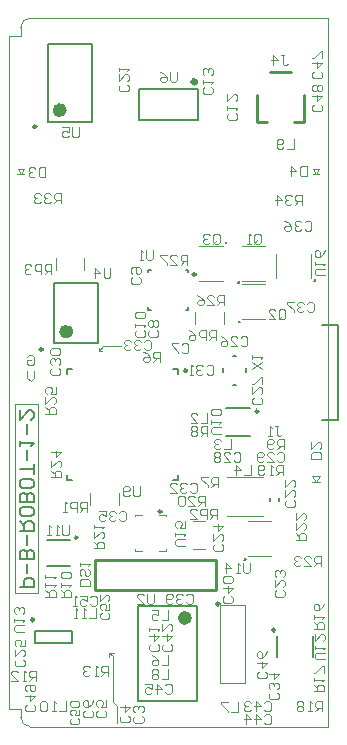
<source format=gbo>
G04*
G04 #@! TF.GenerationSoftware,Altium Limited,Altium Designer,21.0.8 (223)*
G04*
G04 Layer_Color=32896*
%FSLAX44Y44*%
%MOMM*%
G71*
G04*
G04 #@! TF.SameCoordinates,BC6D3639-D4A0-4107-B96B-A8576DDDF865*
G04*
G04*
G04 #@! TF.FilePolarity,Positive*
G04*
G01*
G75*
%ADD10C,0.5000*%
%ADD11C,0.2540*%
%ADD12C,0.2000*%
%ADD13C,0.1000*%
%ADD15C,0.1200*%
%ADD62C,0.6000*%
%ADD104C,0.2500*%
%ADD139C,0.2400*%
%ADD140C,0.1700*%
%ADD141C,0.1150*%
D10*
X158000Y546000D02*
G03*
X158000Y546000I-1000J0D01*
G01*
D11*
X195059Y342500D02*
G03*
X195059Y342500I-559J0D01*
G01*
X194559Y376000D02*
G03*
X194559Y376000I-559J0D01*
G01*
X184059Y409500D02*
G03*
X184059Y409500I-559J0D01*
G01*
X259059Y377500D02*
G03*
X259059Y377500I-559J0D01*
G01*
X211300Y267000D02*
G03*
X211300Y267000I-1300J0D01*
G01*
X225490Y81970D02*
G03*
X225490Y81970I-1270J0D01*
G01*
X58000Y160000D02*
G03*
X58000Y160000I-1000J0D01*
G01*
X200259Y141579D02*
G03*
X200259Y141579I-559J0D01*
G01*
X241500Y512000D02*
X250000D01*
X210000D02*
X218500D01*
X250000D02*
Y535000D01*
X221000Y554000D02*
X239000D01*
X210000Y512000D02*
Y535000D01*
X73200Y115300D02*
X175562D01*
Y140700D01*
X73200D02*
X175562D01*
X73200Y115300D02*
Y140700D01*
D12*
X150000Y353000D02*
X152000D01*
Y355000D01*
X118000Y353000D02*
X120000D01*
X118000D02*
Y355000D01*
Y385000D02*
Y387000D01*
X120000D01*
X150000D02*
X152000D01*
Y385000D02*
Y387000D01*
X109000Y22000D02*
X159000D01*
X109000Y102000D02*
X159000D01*
X109000Y22000D02*
Y102000D01*
X159000Y22000D02*
Y102000D01*
X38500Y375500D02*
X75500D01*
X38500Y324500D02*
X75500D01*
Y375500D01*
X38500Y324500D02*
Y375500D01*
X184000Y270000D02*
X204000D01*
X184000Y246000D02*
X204000D01*
X265500Y259750D02*
X278700D01*
X265500Y340250D02*
X278700D01*
Y259750D02*
Y340250D01*
X33000Y578000D02*
X70000D01*
X33000Y512000D02*
X70000D01*
Y578000D01*
X33000Y512000D02*
Y578000D01*
X110000Y540000D02*
X160000D01*
X110000Y514000D02*
Y540000D01*
Y514000D02*
X160000D01*
Y540000D01*
X22500Y71250D02*
X53500D01*
X22500Y81250D02*
X53500D01*
Y71250D02*
Y81250D01*
X22500Y71250D02*
Y81250D01*
X226760Y59110D02*
Y76890D01*
X257240Y59110D02*
Y76890D01*
X32000Y136000D02*
X52000D01*
X32000Y158000D02*
X52000D01*
X142900Y298750D02*
Y302900D01*
X138750D02*
X142900D01*
X49100D02*
X53250D01*
X49100Y298750D02*
Y302900D01*
Y209100D02*
Y213250D01*
Y209100D02*
X53250D01*
X142900D02*
Y213250D01*
X138750Y209100D02*
X142900D01*
X228750Y191000D02*
Y194000D01*
X221250Y191000D02*
Y194000D01*
X201000Y300000D02*
Y304000D01*
X190000Y314000D02*
X192000D01*
X181000Y300000D02*
Y304000D01*
X190000Y289500D02*
X192000D01*
D13*
X85000Y62500D02*
X88750D01*
X85000Y58750D02*
Y62500D01*
X88000Y59500D01*
Y21000D02*
Y59500D01*
Y21000D02*
X91500Y17500D01*
Y3250D02*
Y17500D01*
X5000Y113000D02*
Y273000D01*
X25000D01*
Y113000D02*
Y273000D01*
X5000Y113000D02*
X25000D01*
X200000Y37000D02*
Y103000D01*
X179000Y37000D02*
X200000D01*
X179000D02*
Y103000D01*
X200000D01*
X257500Y471750D02*
X262500D01*
X257375D02*
X260000Y468250D01*
X262625Y471750D01*
X257250Y468250D02*
X262750D01*
X7500Y471750D02*
X12500D01*
X7375D02*
X10000Y468250D01*
X12625Y471750D01*
X7250Y468250D02*
X12750D01*
X64000Y387000D02*
Y397000D01*
X40000Y387000D02*
Y397000D01*
X197000Y375000D02*
X217000D01*
X197000Y345000D02*
X217000D01*
X76000Y318000D02*
X79000D01*
X76000D02*
Y321000D01*
Y318000D02*
Y321000D01*
Y318000D02*
X80000Y322000D01*
X95000D01*
X197000Y407000D02*
X217000D01*
X197000Y377000D02*
X217000D01*
X161000D02*
X181000D01*
X161000Y407000D02*
X181000D01*
X182000Y341000D02*
Y351000D01*
X158000Y341000D02*
Y351000D01*
X226000Y380000D02*
Y400000D01*
X256000Y380000D02*
Y400000D01*
X69000Y188000D02*
Y198000D01*
X93000Y188000D02*
Y198000D01*
X127000Y179500D02*
X133000D01*
Y178000D02*
Y179500D01*
X107000Y148500D02*
Y150000D01*
Y148500D02*
X113000D01*
X127000D02*
X133000D01*
Y150000D01*
X107000Y178000D02*
Y179500D01*
X113000D01*
X256250Y207500D02*
X263750D01*
X256250Y212500D02*
X263750D01*
X260000Y207500D02*
X263750Y212500D01*
X256250D02*
X260000Y207500D01*
X184760Y178490D02*
X215240D01*
X184760Y211510D02*
X215240D01*
X202200Y144079D02*
X222200D01*
X202200Y174079D02*
X222200D01*
X156000Y150000D02*
X166000D01*
X156000Y174000D02*
X166000D01*
X10000Y8000D02*
G03*
X18000Y0I8000J0D01*
G01*
Y600000D02*
G03*
X10000Y592000I0J-8000D01*
G01*
Y8000D02*
Y15000D01*
X18000Y-0D02*
X270000Y0D01*
X10000Y585000D02*
Y592000D01*
X18000Y600000D02*
X270000D01*
X-0Y585000D02*
X-0Y15000D01*
X0Y585000D02*
X10000D01*
X0Y15000D02*
X10000D01*
X270000Y0D02*
Y330000D01*
Y600000D01*
D15*
X21250Y300747D02*
Y295082D01*
X18418Y292250D01*
X15585Y295082D01*
Y300747D01*
Y313081D02*
X17001Y314497D01*
X19834D01*
X21250Y313081D01*
Y307416D01*
X19834Y306000D01*
X17001D01*
X15585Y307416D01*
Y310249D01*
X18418D01*
X73500Y100247D02*
Y91750D01*
X67835D01*
X65003D02*
X62170D01*
X63587D01*
Y100247D01*
X65003Y98831D01*
X57922Y91750D02*
X55089D01*
X56505D01*
Y100247D01*
X57922Y98831D01*
X48000Y21497D02*
Y13000D01*
X42335D01*
X39503D02*
X36670D01*
X38087D01*
Y21497D01*
X39503Y20081D01*
X32422D02*
X31005Y21497D01*
X28173D01*
X26757Y20081D01*
Y14416D01*
X28173Y13000D01*
X31005D01*
X32422Y14416D01*
Y20081D01*
X68835Y109581D02*
X70251Y110997D01*
X73084D01*
X74500Y109581D01*
Y103916D01*
X73084Y102500D01*
X70251D01*
X68835Y103916D01*
X60338Y110997D02*
X66003D01*
Y106749D01*
X63170Y108165D01*
X61754D01*
X60338Y106749D01*
Y103916D01*
X61754Y102500D01*
X64587D01*
X66003Y103916D01*
X57505Y102500D02*
X54673D01*
X56089D01*
Y110997D01*
X57505Y109581D01*
X21081Y18665D02*
X22497Y17249D01*
Y14416D01*
X21081Y13000D01*
X15416D01*
X14000Y14416D01*
Y17249D01*
X15416Y18665D01*
X14000Y25746D02*
X22497D01*
X18249Y21497D01*
Y27162D01*
X15416Y29994D02*
X14000Y31411D01*
Y34243D01*
X15416Y35659D01*
X21081D01*
X22497Y34243D01*
Y31411D01*
X21081Y29994D01*
X19665D01*
X18249Y31411D01*
Y35659D01*
X241000Y497497D02*
Y489000D01*
X235335D01*
X232503Y490416D02*
X231087Y489000D01*
X228254D01*
X226838Y490416D01*
Y496081D01*
X228254Y497497D01*
X231087D01*
X232503Y496081D01*
Y494665D01*
X231087Y493249D01*
X226838D01*
X135000Y48497D02*
Y40000D01*
X129335D01*
X126503Y47081D02*
X125086Y48497D01*
X122254D01*
X120838Y47081D01*
Y45665D01*
X122254Y44249D01*
X120838Y42832D01*
Y41416D01*
X122254Y40000D01*
X125086D01*
X126503Y41416D01*
Y42832D01*
X125086Y44249D01*
X126503Y45665D01*
Y47081D01*
X125086Y44249D02*
X122254D01*
X194000Y20497D02*
Y12000D01*
X188335D01*
X185503Y20497D02*
X179838D01*
Y19081D01*
X185503Y13416D01*
Y12000D01*
X135000Y60497D02*
Y52000D01*
X129335D01*
X120838Y60497D02*
X123670Y59081D01*
X126503Y56249D01*
Y53416D01*
X125086Y52000D01*
X122254D01*
X120838Y53416D01*
Y54832D01*
X122254Y56249D01*
X126503D01*
X135000Y98497D02*
Y90000D01*
X129335D01*
X120838Y98497D02*
X126503D01*
Y94249D01*
X123670Y95665D01*
X122254D01*
X120838Y94249D01*
Y91416D01*
X122254Y90000D01*
X125086D01*
X126503Y91416D01*
X264081Y526665D02*
X265497Y525249D01*
Y522416D01*
X264081Y521000D01*
X258416D01*
X257000Y522416D01*
Y525249D01*
X258416Y526665D01*
X257000Y533746D02*
X265497D01*
X261249Y529497D01*
Y535162D01*
X264081Y537994D02*
X265497Y539411D01*
Y542243D01*
X264081Y543659D01*
X262665D01*
X261249Y542243D01*
X259832Y543659D01*
X258416D01*
X257000Y542243D01*
Y539411D01*
X258416Y537994D01*
X259832D01*
X261249Y539411D01*
X262665Y537994D01*
X264081D01*
X261249Y539411D02*
Y542243D01*
X264081Y554665D02*
X265497Y553249D01*
Y550416D01*
X264081Y549000D01*
X258416D01*
X257000Y550416D01*
Y553249D01*
X258416Y554665D01*
X257000Y561746D02*
X265497D01*
X261249Y557497D01*
Y563162D01*
X265497Y565994D02*
Y571659D01*
X264081D01*
X258416Y565994D01*
X257000D01*
X217081Y46665D02*
X218497Y45249D01*
Y42416D01*
X217081Y41000D01*
X211416D01*
X210000Y42416D01*
Y45249D01*
X211416Y46665D01*
X210000Y53746D02*
X218497D01*
X214249Y49497D01*
Y55162D01*
X218497Y63659D02*
X217081Y60827D01*
X214249Y57994D01*
X211416D01*
X210000Y59411D01*
Y62243D01*
X211416Y63659D01*
X212832D01*
X214249Y62243D01*
Y57994D01*
X132335Y35081D02*
X133751Y36497D01*
X136584D01*
X138000Y35081D01*
Y29416D01*
X136584Y28000D01*
X133751D01*
X132335Y29416D01*
X125254Y28000D02*
Y36497D01*
X129503Y32249D01*
X123838D01*
X115341Y36497D02*
X121005D01*
Y32249D01*
X118173Y33665D01*
X116757D01*
X115341Y32249D01*
Y29416D01*
X116757Y28000D01*
X119589D01*
X121005Y29416D01*
X216335Y9081D02*
X217751Y10497D01*
X220584D01*
X222000Y9081D01*
Y3416D01*
X220584Y2000D01*
X217751D01*
X216335Y3416D01*
X209254Y2000D02*
Y10497D01*
X213503Y6249D01*
X207838D01*
X200757Y2000D02*
Y10497D01*
X205005Y6249D01*
X199341D01*
X216335Y20081D02*
X217751Y21497D01*
X220584D01*
X222000Y20081D01*
Y14416D01*
X220584Y13000D01*
X217751D01*
X216335Y14416D01*
X209254Y13000D02*
Y21497D01*
X213503Y17249D01*
X207838D01*
X205005Y20081D02*
X203589Y21497D01*
X200757D01*
X199341Y20081D01*
Y18665D01*
X200757Y17249D01*
X202173D01*
X200757D01*
X199341Y15832D01*
Y14416D01*
X200757Y13000D01*
X203589D01*
X205005Y14416D01*
X137081Y69665D02*
X138497Y68249D01*
Y65416D01*
X137081Y64000D01*
X131416D01*
X130000Y65416D01*
Y68249D01*
X131416Y69665D01*
X130000Y76746D02*
X138497D01*
X134249Y72497D01*
Y78162D01*
X130000Y86659D02*
Y80995D01*
X135665Y86659D01*
X137081D01*
X138497Y85243D01*
Y82411D01*
X137081Y80995D01*
X126081Y69665D02*
X127497Y68249D01*
Y65416D01*
X126081Y64000D01*
X120416D01*
X119000Y65416D01*
Y68249D01*
X120416Y69665D01*
X119000Y76746D02*
X127497D01*
X123249Y72497D01*
Y78162D01*
X119000Y80995D02*
Y83827D01*
Y82411D01*
X127497D01*
X126081Y80995D01*
X188081Y110665D02*
X189497Y109249D01*
Y106416D01*
X188081Y105000D01*
X182416D01*
X181000Y106416D01*
Y109249D01*
X182416Y110665D01*
X181000Y117746D02*
X189497D01*
X185249Y113497D01*
Y119162D01*
X188081Y121994D02*
X189497Y123411D01*
Y126243D01*
X188081Y127659D01*
X182416D01*
X181000Y126243D01*
Y123411D01*
X182416Y121994D01*
X188081D01*
X150335Y111081D02*
X151751Y112497D01*
X154584D01*
X156000Y111081D01*
Y105416D01*
X154584Y104000D01*
X151751D01*
X150335Y105416D01*
X147503Y111081D02*
X146087Y112497D01*
X143254D01*
X141838Y111081D01*
Y109665D01*
X143254Y108249D01*
X144670D01*
X143254D01*
X141838Y106832D01*
Y105416D01*
X143254Y104000D01*
X146087D01*
X147503Y105416D01*
X139005D02*
X137589Y104000D01*
X134757D01*
X133341Y105416D01*
Y111081D01*
X134757Y112497D01*
X137589D01*
X139005Y111081D01*
Y109665D01*
X137589Y108249D01*
X133341D01*
X248000Y442000D02*
Y450497D01*
X243751D01*
X242335Y449081D01*
Y446249D01*
X243751Y444832D01*
X248000D01*
X245168D02*
X242335Y442000D01*
X239503Y449081D02*
X238086Y450497D01*
X235254D01*
X233838Y449081D01*
Y447665D01*
X235254Y446249D01*
X236670D01*
X235254D01*
X233838Y444832D01*
Y443416D01*
X235254Y442000D01*
X238086D01*
X239503Y443416D01*
X226757Y442000D02*
Y450497D01*
X231005Y446249D01*
X225341D01*
X44000Y443000D02*
Y451497D01*
X39751D01*
X38335Y450081D01*
Y447249D01*
X39751Y445832D01*
X44000D01*
X41168D02*
X38335Y443000D01*
X35503Y450081D02*
X34086Y451497D01*
X31254D01*
X29838Y450081D01*
Y448665D01*
X31254Y447249D01*
X32670D01*
X31254D01*
X29838Y445832D01*
Y444416D01*
X31254Y443000D01*
X34086D01*
X35503Y444416D01*
X27006Y450081D02*
X25589Y451497D01*
X22757D01*
X21341Y450081D01*
Y448665D01*
X22757Y447249D01*
X24173D01*
X22757D01*
X21341Y445832D01*
Y444416D01*
X22757Y443000D01*
X25589D01*
X27006Y444416D01*
X252000Y474497D02*
Y466000D01*
X247751D01*
X246335Y467416D01*
Y473081D01*
X247751Y474497D01*
X252000D01*
X239254Y466000D02*
Y474497D01*
X243503Y470249D01*
X237838D01*
X31000Y473497D02*
Y465000D01*
X26751D01*
X25335Y466416D01*
Y472081D01*
X26751Y473497D01*
X31000D01*
X22503Y472081D02*
X21086Y473497D01*
X18254D01*
X16838Y472081D01*
Y470665D01*
X18254Y469249D01*
X19670D01*
X18254D01*
X16838Y467832D01*
Y466416D01*
X18254Y465000D01*
X21086D01*
X22503Y466416D01*
X175000Y327000D02*
Y335497D01*
X170751D01*
X169335Y334081D01*
Y331249D01*
X170751Y329832D01*
X175000D01*
X172168D02*
X169335Y327000D01*
X166503D02*
Y335497D01*
X162254D01*
X160838Y334081D01*
Y331249D01*
X162254Y329832D01*
X166503D01*
X152341Y335497D02*
X155173Y334081D01*
X158006Y331249D01*
Y328416D01*
X156589Y327000D01*
X153757D01*
X152341Y328416D01*
Y329832D01*
X153757Y331249D01*
X158006D01*
X151000Y391000D02*
Y399497D01*
X146751D01*
X145335Y398081D01*
Y395249D01*
X146751Y393832D01*
X151000D01*
X148168D02*
X145335Y391000D01*
X136838D02*
X142503D01*
X136838Y396665D01*
Y398081D01*
X138254Y399497D01*
X141087D01*
X142503Y398081D01*
X134005Y399497D02*
X128341D01*
Y398081D01*
X134005Y392416D01*
Y391000D01*
X182000Y357000D02*
Y365497D01*
X177751D01*
X176335Y364081D01*
Y361249D01*
X177751Y359832D01*
X182000D01*
X179168D02*
X176335Y357000D01*
X167838D02*
X173503D01*
X167838Y362665D01*
Y364081D01*
X169254Y365497D01*
X172087D01*
X173503Y364081D01*
X159341Y365497D02*
X162173Y364081D01*
X165005Y361249D01*
Y358416D01*
X163589Y357000D01*
X160757D01*
X159341Y358416D01*
Y359832D01*
X160757Y361249D01*
X165005D01*
X267497Y382000D02*
X260416D01*
X259000Y383416D01*
Y386249D01*
X260416Y387665D01*
X267497D01*
X259000Y390497D02*
Y393330D01*
Y391913D01*
X267497D01*
X266081Y390497D01*
X267497Y403243D02*
X266081Y400411D01*
X263249Y397578D01*
X260416D01*
X259000Y398994D01*
Y401827D01*
X260416Y403243D01*
X261832D01*
X263249Y401827D01*
Y397578D01*
X173085Y410416D02*
Y416081D01*
X174501Y417497D01*
X177334D01*
X178750Y416081D01*
Y410416D01*
X177334Y409000D01*
X174501D01*
X175918Y411832D02*
X173085Y409000D01*
X174501D02*
X173085Y410416D01*
X170253Y416081D02*
X168836Y417497D01*
X166004D01*
X164588Y416081D01*
Y414665D01*
X166004Y413249D01*
X167420D01*
X166004D01*
X164588Y411832D01*
Y410416D01*
X166004Y409000D01*
X168836D01*
X170253Y410416D01*
X228335Y346416D02*
Y352081D01*
X229751Y353497D01*
X232584D01*
X234000Y352081D01*
Y346416D01*
X232584Y345000D01*
X229751D01*
X231168Y347832D02*
X228335Y345000D01*
X229751D02*
X228335Y346416D01*
X219838Y345000D02*
X225503D01*
X219838Y350665D01*
Y352081D01*
X221254Y353497D01*
X224086D01*
X225503Y352081D01*
X207585Y410416D02*
Y416081D01*
X209001Y417497D01*
X211834D01*
X213250Y416081D01*
Y410416D01*
X211834Y409000D01*
X209001D01*
X210418Y411832D02*
X207585Y409000D01*
X209001D02*
X207585Y410416D01*
X204753Y409000D02*
X201920D01*
X203337D01*
Y417497D01*
X204753Y416081D01*
X252335Y358081D02*
X253751Y359497D01*
X256584D01*
X258000Y358081D01*
Y352416D01*
X256584Y351000D01*
X253751D01*
X252335Y352416D01*
X249503Y358081D02*
X248086Y359497D01*
X245254D01*
X243838Y358081D01*
Y356665D01*
X245254Y355249D01*
X246670D01*
X245254D01*
X243838Y353832D01*
Y352416D01*
X245254Y351000D01*
X248086D01*
X249503Y352416D01*
X241005Y359497D02*
X235341D01*
Y358081D01*
X241005Y352416D01*
Y351000D01*
X250335Y427081D02*
X251751Y428497D01*
X254584D01*
X256000Y427081D01*
Y421416D01*
X254584Y420000D01*
X251751D01*
X250335Y421416D01*
X247503Y427081D02*
X246087Y428497D01*
X243254D01*
X241838Y427081D01*
Y425665D01*
X243254Y424249D01*
X244670D01*
X243254D01*
X241838Y422832D01*
Y421416D01*
X243254Y420000D01*
X246087D01*
X247503Y421416D01*
X233341Y428497D02*
X236173Y427081D01*
X239006Y424249D01*
Y421416D01*
X237589Y420000D01*
X234757D01*
X233341Y421416D01*
Y422832D01*
X234757Y424249D01*
X239006D01*
X86000Y388497D02*
Y381416D01*
X84584Y380000D01*
X81751D01*
X80335Y381416D01*
Y388497D01*
X73254Y380000D02*
Y388497D01*
X77503Y384249D01*
X71838D01*
X179497Y248000D02*
X172416D01*
X171000Y249416D01*
Y252249D01*
X172416Y253665D01*
X179497D01*
X171000Y256497D02*
Y259330D01*
Y257913D01*
X179497D01*
X178081Y256497D01*
Y263578D02*
X179497Y264995D01*
Y267827D01*
X178081Y269243D01*
X172416D01*
X171000Y267827D01*
Y264995D01*
X172416Y263578D01*
X178081D01*
X230335Y568497D02*
X233168D01*
X231751D01*
Y561416D01*
X233168Y560000D01*
X234584D01*
X236000Y561416D01*
X223254Y560000D02*
Y568497D01*
X227503Y564249D01*
X221838D01*
X68497Y119000D02*
X60000D01*
Y123249D01*
X61416Y124665D01*
X67081D01*
X68497Y123249D01*
Y119000D01*
X67081Y133162D02*
X68497Y131746D01*
Y128913D01*
X67081Y127497D01*
X65665D01*
X64249Y128913D01*
Y131746D01*
X62832Y133162D01*
X61416D01*
X60000Y131746D01*
Y128913D01*
X61416Y127497D01*
X60000Y135995D02*
Y138827D01*
Y137411D01*
X68497D01*
X67081Y135995D01*
X214497Y303000D02*
X206000Y308665D01*
X214497D02*
X206000Y303000D01*
Y311497D02*
Y314330D01*
Y312913D01*
X214497D01*
X213081Y311497D01*
X36000Y383000D02*
Y391497D01*
X31751D01*
X30335Y390081D01*
Y387249D01*
X31751Y385832D01*
X36000D01*
X33168D02*
X30335Y383000D01*
X27503D02*
Y391497D01*
X23254D01*
X21838Y390081D01*
Y387249D01*
X23254Y385832D01*
X27503D01*
X19006Y390081D02*
X17589Y391497D01*
X14757D01*
X13341Y390081D01*
Y388665D01*
X14757Y387249D01*
X16173D01*
X14757D01*
X13341Y385832D01*
Y384416D01*
X14757Y383000D01*
X17589D01*
X19006Y384416D01*
X31000Y265000D02*
X39497D01*
Y269249D01*
X38081Y270665D01*
X35249D01*
X33832Y269249D01*
Y265000D01*
Y267832D02*
X31000Y270665D01*
Y279162D02*
Y273497D01*
X36665Y279162D01*
X38081D01*
X39497Y277746D01*
Y274914D01*
X38081Y273497D01*
X39497Y287659D02*
Y281994D01*
X35249D01*
X36665Y284827D01*
Y286243D01*
X35249Y287659D01*
X32416D01*
X31000Y286243D01*
Y283411D01*
X32416Y281994D01*
X176000Y176000D02*
Y184497D01*
X171751D01*
X170335Y183081D01*
Y180249D01*
X171751Y178832D01*
X176000D01*
X173168D02*
X170335Y176000D01*
X167503D02*
Y184497D01*
X163254D01*
X161838Y183081D01*
Y180249D01*
X163254Y178832D01*
X167503D01*
X153341Y176000D02*
X159005D01*
X153341Y181665D01*
Y183081D01*
X154757Y184497D01*
X157589D01*
X159005Y183081D01*
X66000Y182000D02*
Y190497D01*
X61751D01*
X60335Y189081D01*
Y186249D01*
X61751Y184832D01*
X66000D01*
X63168D02*
X60335Y182000D01*
X57503D02*
Y190497D01*
X53254D01*
X51838Y189081D01*
Y186249D01*
X53254Y184832D01*
X57503D01*
X49005Y182000D02*
X46173D01*
X47589D01*
Y190497D01*
X49005Y189081D01*
X149497Y153000D02*
X142416D01*
X141000Y154416D01*
Y157249D01*
X142416Y158665D01*
X149497D01*
X141000Y161497D02*
Y164330D01*
Y162913D01*
X149497D01*
X148081Y161497D01*
X149497Y174243D02*
Y168578D01*
X145249D01*
X146665Y171411D01*
Y172827D01*
X145249Y174243D01*
X142416D01*
X141000Y172827D01*
Y169995D01*
X142416Y168578D01*
X51000Y170497D02*
Y163416D01*
X49584Y162000D01*
X46751D01*
X45335Y163416D01*
Y170497D01*
X42503Y162000D02*
X39670D01*
X41087D01*
Y170497D01*
X42503Y169081D01*
X35422Y162000D02*
X32589D01*
X34005D01*
Y170497D01*
X35422Y169081D01*
X111000Y203497D02*
Y196416D01*
X109584Y195000D01*
X106751D01*
X105335Y196416D01*
Y203497D01*
X102503Y196416D02*
X101087Y195000D01*
X98254D01*
X96838Y196416D01*
Y202081D01*
X98254Y203497D01*
X101087D01*
X102503Y202081D01*
Y200665D01*
X101087Y199249D01*
X96838D01*
X12997Y80000D02*
X5916D01*
X4500Y81416D01*
Y84249D01*
X5916Y85665D01*
X12997D01*
X4500Y88497D02*
Y91330D01*
Y89914D01*
X12997D01*
X11581Y88497D01*
Y95578D02*
X12997Y96994D01*
Y99827D01*
X11581Y101243D01*
X10165D01*
X8749Y99827D01*
Y98411D01*
Y99827D01*
X7332Y101243D01*
X5916D01*
X4500Y99827D01*
Y96994D01*
X5916Y95578D01*
X267497Y57000D02*
X260416D01*
X259000Y58416D01*
Y61249D01*
X260416Y62665D01*
X267497D01*
X259000Y65497D02*
Y68330D01*
Y66913D01*
X267497D01*
X266081Y65497D01*
X259000Y78243D02*
Y72578D01*
X264665Y78243D01*
X266081D01*
X267497Y76827D01*
Y73994D01*
X266081Y72578D01*
X204000Y138497D02*
Y131416D01*
X202584Y130000D01*
X199751D01*
X198335Y131416D01*
Y138497D01*
X195503Y130000D02*
X192670D01*
X194086D01*
Y138497D01*
X195503Y137081D01*
X184173Y130000D02*
Y138497D01*
X188422Y134249D01*
X182757D01*
X142000Y554497D02*
Y547416D01*
X140584Y546000D01*
X137751D01*
X136335Y547416D01*
Y554497D01*
X127838D02*
X130670Y553081D01*
X133503Y550249D01*
Y547416D01*
X132086Y546000D01*
X129254D01*
X127838Y547416D01*
Y548832D01*
X129254Y550249D01*
X133503D01*
X59000Y507497D02*
Y500416D01*
X57584Y499000D01*
X54751D01*
X53335Y500416D01*
Y507497D01*
X44838D02*
X50503D01*
Y503249D01*
X47670Y504665D01*
X46254D01*
X44838Y503249D01*
Y500416D01*
X46254Y499000D01*
X49086D01*
X50503Y500416D01*
X123000Y112497D02*
Y105416D01*
X121584Y104000D01*
X118751D01*
X117335Y105416D01*
Y112497D01*
X108838Y104000D02*
X114503D01*
X108838Y109665D01*
Y111081D01*
X110254Y112497D01*
X113087D01*
X114503Y111081D01*
X122000Y403497D02*
Y396416D01*
X120584Y395000D01*
X117751D01*
X116335Y396416D01*
Y403497D01*
X113503Y395000D02*
X110670D01*
X112086D01*
Y403497D01*
X113503Y402081D01*
X36000Y211000D02*
X44497D01*
Y215249D01*
X43081Y216665D01*
X40249D01*
X38832Y215249D01*
Y211000D01*
Y213832D02*
X36000Y216665D01*
Y225162D02*
Y219497D01*
X41665Y225162D01*
X43081D01*
X44497Y223746D01*
Y220914D01*
X43081Y219497D01*
X36000Y232243D02*
X44497D01*
X40249Y227994D01*
Y233659D01*
X72000Y151000D02*
X80497D01*
Y155249D01*
X79081Y156665D01*
X76249D01*
X74832Y155249D01*
Y151000D01*
Y153832D02*
X72000Y156665D01*
Y165162D02*
Y159497D01*
X77665Y165162D01*
X79081D01*
X80497Y163746D01*
Y160914D01*
X79081Y159497D01*
X72000Y167994D02*
Y170827D01*
Y169411D01*
X80497D01*
X79081Y167994D01*
X166000Y187000D02*
Y195497D01*
X161751D01*
X160335Y194081D01*
Y191249D01*
X161751Y189832D01*
X166000D01*
X163168D02*
X160335Y187000D01*
X151838D02*
X157503D01*
X151838Y192665D01*
Y194081D01*
X153254Y195497D01*
X156087D01*
X157503Y194081D01*
X149005D02*
X147589Y195497D01*
X144757D01*
X143341Y194081D01*
Y188416D01*
X144757Y187000D01*
X147589D01*
X149005Y188416D01*
Y194081D01*
X177000Y203000D02*
Y211497D01*
X172751D01*
X171335Y210081D01*
Y207249D01*
X172751Y205832D01*
X177000D01*
X174168D02*
X171335Y203000D01*
X168503Y211497D02*
X162838D01*
Y210081D01*
X168503Y204416D01*
Y203000D01*
X168000Y246000D02*
Y254497D01*
X163751D01*
X162335Y253081D01*
Y250249D01*
X163751Y248832D01*
X168000D01*
X165168D02*
X162335Y246000D01*
X159503Y253081D02*
X158087Y254497D01*
X155254D01*
X153838Y253081D01*
Y251665D01*
X155254Y250249D01*
X153838Y248832D01*
Y247416D01*
X155254Y246000D01*
X158087D01*
X159503Y247416D01*
Y248832D01*
X158087Y250249D01*
X159503Y251665D01*
Y253081D01*
X158087Y250249D02*
X155254D01*
X84000Y43250D02*
Y51747D01*
X79751D01*
X78335Y50331D01*
Y47499D01*
X79751Y46082D01*
X84000D01*
X81168D02*
X78335Y43250D01*
X75503D02*
X72670D01*
X74086D01*
Y51747D01*
X75503Y50331D01*
X68422D02*
X67006Y51747D01*
X64173D01*
X62757Y50331D01*
Y48915D01*
X64173Y47499D01*
X65589D01*
X64173D01*
X62757Y46082D01*
Y44666D01*
X64173Y43250D01*
X67006D01*
X68422Y44666D01*
X23000Y39000D02*
Y47497D01*
X18751D01*
X17335Y46081D01*
Y43249D01*
X18751Y41832D01*
X23000D01*
X20168D02*
X17335Y39000D01*
X14503D02*
X11670D01*
X13087D01*
Y47497D01*
X14503Y46081D01*
X1757Y39000D02*
X7422D01*
X1757Y44665D01*
Y46081D01*
X3173Y47497D01*
X6005D01*
X7422Y46081D01*
X31000Y110000D02*
X39497D01*
Y114249D01*
X38081Y115665D01*
X35249D01*
X33832Y114249D01*
Y110000D01*
Y112832D02*
X31000Y115665D01*
Y118497D02*
Y121330D01*
Y119914D01*
X39497D01*
X38081Y118497D01*
X31000Y125578D02*
Y128411D01*
Y126994D01*
X39497D01*
X38081Y125578D01*
X44000Y110000D02*
X52497D01*
Y114249D01*
X51081Y115665D01*
X48249D01*
X46832Y114249D01*
Y110000D01*
Y112832D02*
X44000Y115665D01*
Y118497D02*
Y121330D01*
Y119914D01*
X52497D01*
X51081Y118497D01*
Y125578D02*
X52497Y126994D01*
Y129827D01*
X51081Y131243D01*
X45416D01*
X44000Y129827D01*
Y126994D01*
X45416Y125578D01*
X51081D01*
X233000Y235000D02*
Y243497D01*
X228751D01*
X227335Y242081D01*
Y239249D01*
X228751Y237832D01*
X233000D01*
X230168D02*
X227335Y235000D01*
X224503Y236416D02*
X223086Y235000D01*
X220254D01*
X218838Y236416D01*
Y242081D01*
X220254Y243497D01*
X223086D01*
X224503Y242081D01*
Y240665D01*
X223086Y239249D01*
X218838D01*
X232000Y213000D02*
Y221497D01*
X227751D01*
X226335Y220081D01*
Y217249D01*
X227751Y215832D01*
X232000D01*
X229168D02*
X226335Y213000D01*
X223503D02*
X220670D01*
X222087D01*
Y221497D01*
X223503Y220081D01*
X216422Y214416D02*
X215005Y213000D01*
X212173D01*
X210757Y214416D01*
Y220081D01*
X212173Y221497D01*
X215005D01*
X216422Y220081D01*
Y218665D01*
X215005Y217249D01*
X210757D01*
X258000Y30000D02*
X266497D01*
Y34249D01*
X265081Y35665D01*
X262249D01*
X260832Y34249D01*
Y30000D01*
Y32832D02*
X258000Y35665D01*
Y38497D02*
Y41330D01*
Y39913D01*
X266497D01*
X265081Y38497D01*
X266497Y45578D02*
Y51243D01*
X265081D01*
X259416Y45578D01*
X258000D01*
Y83000D02*
X266497D01*
Y87249D01*
X265081Y88665D01*
X262249D01*
X260832Y87249D01*
Y83000D01*
Y85832D02*
X258000Y88665D01*
Y91497D02*
Y94330D01*
Y92914D01*
X266497D01*
X265081Y91497D01*
X266497Y104243D02*
X265081Y101411D01*
X262249Y98578D01*
X259416D01*
X258000Y99994D01*
Y102827D01*
X259416Y104243D01*
X260832D01*
X262249Y102827D01*
Y98578D01*
X265000Y13000D02*
Y21497D01*
X260751D01*
X259335Y20081D01*
Y17249D01*
X260751Y15832D01*
X265000D01*
X262168D02*
X259335Y13000D01*
X256503D02*
X253670D01*
X255086D01*
Y21497D01*
X256503Y20081D01*
X249422D02*
X248006Y21497D01*
X245173D01*
X243757Y20081D01*
Y18665D01*
X245173Y17249D01*
X243757Y15832D01*
Y14416D01*
X245173Y13000D01*
X248006D01*
X249422Y14416D01*
Y15832D01*
X248006Y17249D01*
X249422Y18665D01*
Y20081D01*
X248006Y17249D02*
X245173D01*
X128000Y309000D02*
Y317497D01*
X123751D01*
X122335Y316081D01*
Y313249D01*
X123751Y311832D01*
X128000D01*
X125168D02*
X122335Y309000D01*
X113838Y317497D02*
X116670Y316081D01*
X119503Y313249D01*
Y310416D01*
X118087Y309000D01*
X115254D01*
X113838Y310416D01*
Y311832D01*
X115254Y313249D01*
X119503D01*
X264000Y136000D02*
Y144497D01*
X259751D01*
X258335Y143081D01*
Y140249D01*
X259751Y138832D01*
X264000D01*
X261168D02*
X258335Y136000D01*
X249838D02*
X255503D01*
X249838Y141665D01*
Y143081D01*
X251254Y144497D01*
X254086D01*
X255503Y143081D01*
X247006D02*
X245589Y144497D01*
X242757D01*
X241341Y143081D01*
Y141665D01*
X242757Y140249D01*
X244173D01*
X242757D01*
X241341Y138832D01*
Y137416D01*
X242757Y136000D01*
X245589D01*
X247006Y137416D01*
X243000Y158000D02*
X251497D01*
Y162249D01*
X250081Y163665D01*
X247249D01*
X245832Y162249D01*
Y158000D01*
Y160832D02*
X243000Y163665D01*
Y172162D02*
Y166497D01*
X248665Y172162D01*
X250081D01*
X251497Y170746D01*
Y167913D01*
X250081Y166497D01*
X243000Y180659D02*
Y174995D01*
X248665Y180659D01*
X250081D01*
X251497Y179243D01*
Y176411D01*
X250081Y174995D01*
X188000Y243497D02*
Y235000D01*
X182335D01*
X179503Y242081D02*
X178086Y243497D01*
X175254D01*
X173838Y242081D01*
Y240665D01*
X175254Y239249D01*
X176670D01*
X175254D01*
X173838Y237832D01*
Y236416D01*
X175254Y235000D01*
X178086D01*
X179503Y236416D01*
X168000Y265497D02*
Y257000D01*
X162335D01*
X153838D02*
X159503D01*
X153838Y262665D01*
Y264081D01*
X155254Y265497D01*
X158087D01*
X159503Y264081D01*
X205000Y221497D02*
Y213000D01*
X199335D01*
X192254D02*
Y221497D01*
X196503Y217249D01*
X190838D01*
X225335Y254497D02*
X228168D01*
X226751D01*
Y247416D01*
X228168Y246000D01*
X229584D01*
X231000Y247416D01*
X222503Y246000D02*
X219670D01*
X221087D01*
Y254497D01*
X222503Y253081D01*
X264497Y227000D02*
X256000D01*
Y231249D01*
X257416Y232665D01*
X263081D01*
X264497Y231249D01*
Y227000D01*
X256000Y241162D02*
Y235497D01*
X261665Y241162D01*
X263081D01*
X264497Y239746D01*
Y236914D01*
X263081Y235497D01*
X93335Y181081D02*
X94751Y182497D01*
X97584D01*
X99000Y181081D01*
Y175416D01*
X97584Y174000D01*
X94751D01*
X93335Y175416D01*
X90503Y181081D02*
X89087Y182497D01*
X86254D01*
X84838Y181081D01*
Y179665D01*
X86254Y178249D01*
X87670D01*
X86254D01*
X84838Y176832D01*
Y175416D01*
X86254Y174000D01*
X89087D01*
X90503Y175416D01*
X76341Y182497D02*
X82006D01*
Y178249D01*
X79173Y179665D01*
X77757D01*
X76341Y178249D01*
Y175416D01*
X77757Y174000D01*
X80589D01*
X82006Y175416D01*
X227081Y28665D02*
X228497Y27249D01*
Y24416D01*
X227081Y23000D01*
X221416D01*
X220000Y24416D01*
Y27249D01*
X221416Y28665D01*
X227081Y31497D02*
X228497Y32913D01*
Y35746D01*
X227081Y37162D01*
X225665D01*
X224249Y35746D01*
Y34330D01*
Y35746D01*
X222832Y37162D01*
X221416D01*
X220000Y35746D01*
Y32913D01*
X221416Y31497D01*
X220000Y44243D02*
X228497D01*
X224249Y39994D01*
Y45659D01*
X114335Y326081D02*
X115751Y327497D01*
X118584D01*
X120000Y326081D01*
Y320416D01*
X118584Y319000D01*
X115751D01*
X114335Y320416D01*
X111503Y326081D02*
X110086Y327497D01*
X107254D01*
X105838Y326081D01*
Y324665D01*
X107254Y323249D01*
X108670D01*
X107254D01*
X105838Y321832D01*
Y320416D01*
X107254Y319000D01*
X110086D01*
X111503Y320416D01*
X103006Y326081D02*
X101589Y327497D01*
X98757D01*
X97341Y326081D01*
Y324665D01*
X98757Y323249D01*
X100173D01*
X98757D01*
X97341Y321832D01*
Y320416D01*
X98757Y319000D01*
X101589D01*
X103006Y320416D01*
X153335Y205081D02*
X154751Y206497D01*
X157584D01*
X159000Y205081D01*
Y199416D01*
X157584Y198000D01*
X154751D01*
X153335Y199416D01*
X150503Y205081D02*
X149087Y206497D01*
X146254D01*
X144838Y205081D01*
Y203665D01*
X146254Y202249D01*
X147670D01*
X146254D01*
X144838Y200832D01*
Y199416D01*
X146254Y198000D01*
X149087D01*
X150503Y199416D01*
X136341Y198000D02*
X142006D01*
X136341Y203665D01*
Y205081D01*
X137757Y206497D01*
X140589D01*
X142006Y205081D01*
X167335Y305081D02*
X168751Y306497D01*
X171584D01*
X173000Y305081D01*
Y299416D01*
X171584Y298000D01*
X168751D01*
X167335Y299416D01*
X164503Y305081D02*
X163086Y306497D01*
X160254D01*
X158838Y305081D01*
Y303665D01*
X160254Y302249D01*
X161670D01*
X160254D01*
X158838Y300832D01*
Y299416D01*
X160254Y298000D01*
X163086D01*
X164503Y299416D01*
X156005Y298000D02*
X153173D01*
X154589D01*
Y306497D01*
X156005Y305081D01*
X42081Y303665D02*
X43497Y302249D01*
Y299416D01*
X42081Y298000D01*
X36416D01*
X35000Y299416D01*
Y302249D01*
X36416Y303665D01*
X42081Y306497D02*
X43497Y307913D01*
Y310746D01*
X42081Y312162D01*
X40665D01*
X39249Y310746D01*
Y309330D01*
Y310746D01*
X37832Y312162D01*
X36416D01*
X35000Y310746D01*
Y307913D01*
X36416Y306497D01*
X42081Y314995D02*
X43497Y316411D01*
Y319243D01*
X42081Y320659D01*
X36416D01*
X35000Y319243D01*
Y316411D01*
X36416Y314995D01*
X42081D01*
X227335Y231081D02*
X228751Y232497D01*
X231584D01*
X233000Y231081D01*
Y225416D01*
X231584Y224000D01*
X228751D01*
X227335Y225416D01*
X218838Y224000D02*
X224503D01*
X218838Y229665D01*
Y231081D01*
X220254Y232497D01*
X223086D01*
X224503Y231081D01*
X216005Y225416D02*
X214589Y224000D01*
X211757D01*
X210341Y225416D01*
Y231081D01*
X211757Y232497D01*
X214589D01*
X216005Y231081D01*
Y229665D01*
X214589Y228249D01*
X210341D01*
X190335Y231081D02*
X191751Y232497D01*
X194584D01*
X196000Y231081D01*
Y225416D01*
X194584Y224000D01*
X191751D01*
X190335Y225416D01*
X181838Y224000D02*
X187503D01*
X181838Y229665D01*
Y231081D01*
X183254Y232497D01*
X186087D01*
X187503Y231081D01*
X179006D02*
X177589Y232497D01*
X174757D01*
X173341Y231081D01*
Y229665D01*
X174757Y228249D01*
X173341Y226832D01*
Y225416D01*
X174757Y224000D01*
X177589D01*
X179006Y225416D01*
Y226832D01*
X177589Y228249D01*
X179006Y229665D01*
Y231081D01*
X177589Y228249D02*
X174757D01*
X213081Y278665D02*
X214497Y277249D01*
Y274416D01*
X213081Y273000D01*
X207416D01*
X206000Y274416D01*
Y277249D01*
X207416Y278665D01*
X206000Y287162D02*
Y281497D01*
X211665Y287162D01*
X213081D01*
X214497Y285746D01*
Y282913D01*
X213081Y281497D01*
X214497Y289995D02*
Y295659D01*
X213081D01*
X207416Y289995D01*
X206000D01*
X196335Y329081D02*
X197751Y330497D01*
X200584D01*
X202000Y329081D01*
Y323416D01*
X200584Y322000D01*
X197751D01*
X196335Y323416D01*
X187838Y322000D02*
X193503D01*
X187838Y327665D01*
Y329081D01*
X189254Y330497D01*
X192087D01*
X193503Y329081D01*
X179341Y330497D02*
X182173Y329081D01*
X185005Y326249D01*
Y323416D01*
X183589Y322000D01*
X180757D01*
X179341Y323416D01*
Y324832D01*
X180757Y326249D01*
X185005D01*
X12081Y56665D02*
X13497Y55249D01*
Y52416D01*
X12081Y51000D01*
X6416D01*
X5000Y52416D01*
Y55249D01*
X6416Y56665D01*
X5000Y65162D02*
Y59497D01*
X10665Y65162D01*
X12081D01*
X13497Y63746D01*
Y60914D01*
X12081Y59497D01*
X13497Y73659D02*
Y67994D01*
X9249D01*
X10665Y70827D01*
Y72243D01*
X9249Y73659D01*
X6416D01*
X5000Y72243D01*
Y69411D01*
X6416Y67994D01*
X180281Y154244D02*
X181697Y152828D01*
Y149995D01*
X180281Y148579D01*
X174616D01*
X173200Y149995D01*
Y152828D01*
X174616Y154244D01*
X173200Y162741D02*
Y157076D01*
X178865Y162741D01*
X180281D01*
X181697Y161325D01*
Y158492D01*
X180281Y157076D01*
X173200Y169822D02*
X181697D01*
X177449Y165574D01*
Y171238D01*
X232081Y115665D02*
X233497Y114249D01*
Y111416D01*
X232081Y110000D01*
X226416D01*
X225000Y111416D01*
Y114249D01*
X226416Y115665D01*
X225000Y124162D02*
Y118497D01*
X230665Y124162D01*
X232081D01*
X233497Y122746D01*
Y119914D01*
X232081Y118497D01*
Y126994D02*
X233497Y128411D01*
Y131243D01*
X232081Y132659D01*
X230665D01*
X229249Y131243D01*
Y129827D01*
Y131243D01*
X227832Y132659D01*
X226416D01*
X225000Y131243D01*
Y128411D01*
X226416Y126994D01*
X241081Y191665D02*
X242497Y190249D01*
Y187416D01*
X241081Y186000D01*
X235416D01*
X234000Y187416D01*
Y190249D01*
X235416Y191665D01*
X234000Y200162D02*
Y194497D01*
X239665Y200162D01*
X241081D01*
X242497Y198746D01*
Y195914D01*
X241081Y194497D01*
X234000Y208659D02*
Y202994D01*
X239665Y208659D01*
X241081D01*
X242497Y207243D01*
Y204411D01*
X241081Y202994D01*
X100081Y543665D02*
X101497Y542249D01*
Y539416D01*
X100081Y538000D01*
X94416D01*
X93000Y539416D01*
Y542249D01*
X94416Y543665D01*
X93000Y552162D02*
Y546497D01*
X98665Y552162D01*
X100081D01*
X101497Y550746D01*
Y547914D01*
X100081Y546497D01*
X93000Y554995D02*
Y557827D01*
Y556411D01*
X101497D01*
X100081Y554995D01*
X171081Y541665D02*
X172497Y540249D01*
Y537416D01*
X171081Y536000D01*
X165416D01*
X164000Y537416D01*
Y540249D01*
X165416Y541665D01*
X164000Y544497D02*
Y547330D01*
Y545914D01*
X172497D01*
X171081Y544497D01*
Y551578D02*
X172497Y552994D01*
Y555827D01*
X171081Y557243D01*
X169665D01*
X168249Y555827D01*
Y554411D01*
Y555827D01*
X166832Y557243D01*
X165416D01*
X164000Y555827D01*
Y552994D01*
X165416Y551578D01*
X192081Y519665D02*
X193497Y518249D01*
Y515416D01*
X192081Y514000D01*
X186416D01*
X185000Y515416D01*
Y518249D01*
X186416Y519665D01*
X185000Y522497D02*
Y525330D01*
Y523913D01*
X193497D01*
X192081Y522497D01*
X185000Y535243D02*
Y529578D01*
X190665Y535243D01*
X192081D01*
X193497Y533827D01*
Y530994D01*
X192081Y529578D01*
X114081Y335665D02*
X115497Y334249D01*
Y331416D01*
X114081Y330000D01*
X108416D01*
X107000Y331416D01*
Y334249D01*
X108416Y335665D01*
X107000Y338497D02*
Y341330D01*
Y339913D01*
X115497D01*
X114081Y338497D01*
Y345578D02*
X115497Y346995D01*
Y349827D01*
X114081Y351243D01*
X108416D01*
X107000Y349827D01*
Y346995D01*
X108416Y345578D01*
X114081D01*
X110081Y380665D02*
X111497Y379249D01*
Y376416D01*
X110081Y375000D01*
X104416D01*
X103000Y376416D01*
Y379249D01*
X104416Y380665D01*
Y383497D02*
X103000Y384913D01*
Y387746D01*
X104416Y389162D01*
X110081D01*
X111497Y387746D01*
Y384913D01*
X110081Y383497D01*
X108665D01*
X107249Y384913D01*
Y389162D01*
X125081Y335665D02*
X126497Y334249D01*
Y331416D01*
X125081Y330000D01*
X119416D01*
X118000Y331416D01*
Y334249D01*
X119416Y335665D01*
X125081Y338497D02*
X126497Y339913D01*
Y342746D01*
X125081Y344162D01*
X123665D01*
X122249Y342746D01*
X120832Y344162D01*
X119416D01*
X118000Y342746D01*
Y339913D01*
X119416Y338497D01*
X120832D01*
X122249Y339913D01*
X123665Y338497D01*
X125081D01*
X122249Y339913D02*
Y342746D01*
X146335Y323081D02*
X147751Y324497D01*
X150584D01*
X152000Y323081D01*
Y317416D01*
X150584Y316000D01*
X147751D01*
X146335Y317416D01*
X143503Y324497D02*
X137838D01*
Y323081D01*
X143503Y317416D01*
Y316000D01*
X70081Y13665D02*
X71497Y12249D01*
Y9416D01*
X70081Y8000D01*
X64416D01*
X63000Y9416D01*
Y12249D01*
X64416Y13665D01*
X71497Y22162D02*
X70081Y19330D01*
X67249Y16497D01*
X64416D01*
X63000Y17914D01*
Y20746D01*
X64416Y22162D01*
X65832D01*
X67249Y20746D01*
Y16497D01*
X81081Y13665D02*
X82497Y12249D01*
Y9416D01*
X81081Y8000D01*
X75416D01*
X74000Y9416D01*
Y12249D01*
X75416Y13665D01*
X82497Y22162D02*
Y16497D01*
X78249D01*
X79665Y19330D01*
Y20746D01*
X78249Y22162D01*
X75416D01*
X74000Y20746D01*
Y17914D01*
X75416Y16497D01*
X100831Y9415D02*
X102247Y7999D01*
Y5166D01*
X100831Y3750D01*
X95166D01*
X93750Y5166D01*
Y7999D01*
X95166Y9415D01*
X93750Y16496D02*
X102247D01*
X97999Y12247D01*
Y17912D01*
X112581Y9165D02*
X113997Y7749D01*
Y4916D01*
X112581Y3500D01*
X106916D01*
X105500Y4916D01*
Y7749D01*
X106916Y9165D01*
X112581Y11997D02*
X113997Y13413D01*
Y16246D01*
X112581Y17662D01*
X111165D01*
X109749Y16246D01*
Y14830D01*
Y16246D01*
X108332Y17662D01*
X106916D01*
X105500Y16246D01*
Y13413D01*
X106916Y11997D01*
D62*
X152000Y92000D02*
G03*
X152000Y92000I-3000J0D01*
G01*
X51500Y334500D02*
G03*
X51500Y334500I-3000J0D01*
G01*
X46000Y522000D02*
G03*
X46000Y522000I-3000J0D01*
G01*
D104*
X158250Y383000D02*
G03*
X158250Y383000I-1250J0D01*
G01*
X178250Y104000D02*
G03*
X178250Y104000I-1250J0D01*
G01*
X28750Y319500D02*
G03*
X28750Y319500I-1250J0D01*
G01*
X23250Y508000D02*
G03*
X23250Y508000I-1250J0D01*
G01*
X21250Y90500D02*
G03*
X21250Y90500I-1250J0D01*
G01*
X150650Y301400D02*
G03*
X150650Y301400I-1250J0D01*
G01*
D139*
X129200Y182000D02*
G03*
X129200Y182000I-1200J0D01*
G01*
D140*
X9000Y118000D02*
X20996D01*
Y123998D01*
X18997Y125997D01*
X14998D01*
X12999Y123998D01*
Y118000D01*
X14998Y129996D02*
Y137993D01*
X20996Y141992D02*
X9000D01*
Y147990D01*
X10999Y149990D01*
X12999D01*
X14998Y147990D01*
Y141992D01*
Y147990D01*
X16997Y149990D01*
X18997D01*
X20996Y147990D01*
Y141992D01*
X14998Y153988D02*
Y161986D01*
X9000Y165984D02*
X20996D01*
Y171982D01*
X18997Y173982D01*
X14998D01*
X12999Y171982D01*
Y165984D01*
Y169983D02*
X9000Y173982D01*
X20996Y183979D02*
Y179980D01*
X18997Y177981D01*
X10999D01*
X9000Y179980D01*
Y183979D01*
X10999Y185978D01*
X18997D01*
X20996Y183979D01*
Y189977D02*
X9000D01*
Y195975D01*
X10999Y197974D01*
X12999D01*
X14998Y195975D01*
Y189977D01*
Y195975D01*
X16997Y197974D01*
X18997D01*
X20996Y195975D01*
Y189977D01*
Y207971D02*
Y203972D01*
X18997Y201973D01*
X10999D01*
X9000Y203972D01*
Y207971D01*
X10999Y209970D01*
X18997D01*
X20996Y207971D01*
Y213969D02*
Y221966D01*
Y217968D01*
X9000D01*
X14998Y225965D02*
Y233962D01*
X9000Y237961D02*
Y241960D01*
Y239960D01*
X20996D01*
X18997Y237961D01*
X14998Y247958D02*
Y255955D01*
X9000Y267952D02*
Y259954D01*
X16997Y267952D01*
X18997D01*
X20996Y265952D01*
Y261953D01*
X18997Y259954D01*
D141*
X83748Y96498D02*
X84998Y95249D01*
Y92750D01*
X83748Y91500D01*
X78750D01*
X77500Y92750D01*
Y95249D01*
X78750Y96498D01*
X84998Y103996D02*
Y98998D01*
X81249D01*
X82498Y101497D01*
Y102746D01*
X81249Y103996D01*
X78750D01*
X77500Y102746D01*
Y100247D01*
X78750Y98998D01*
X77500Y111494D02*
Y106495D01*
X82498Y111494D01*
X83748D01*
X84998Y110244D01*
Y107745D01*
X83748Y106495D01*
X58248Y6998D02*
X59498Y5749D01*
Y3250D01*
X58248Y2000D01*
X53250D01*
X52000Y3250D01*
Y5749D01*
X53250Y6998D01*
X59498Y14496D02*
Y9498D01*
X55749D01*
X56998Y11997D01*
Y13246D01*
X55749Y14496D01*
X53250D01*
X52000Y13246D01*
Y10747D01*
X53250Y9498D01*
X58248Y16995D02*
X59498Y18245D01*
Y20744D01*
X58248Y21994D01*
X53250D01*
X52000Y20744D01*
Y18245D01*
X53250Y16995D01*
X58248D01*
M02*

</source>
